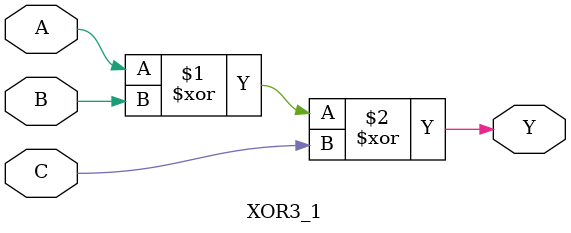
<source format=v>
/*--------------------------------------------------------------------------------------------------- 	
*- File name: 			XOR3_1.v
*- Top Module name: 	XOR3_1
  - Submodules:		xor (Verilog built-in primitive gates)
*- Description:			Implementation of a 3 input XOR gate
*- 
*- Example of Usage:
	You can implement this code on all variants of STEPFPGA family boards. 
	If you want to implement this code on board and observe the logic behaviors: 
		- assign A, B, C to 3 on-board switches
		- assign Y to any on-board LEDs

*- Copyright of this code: MIT License
--------------------------------------------------------------------------------------------------- */
module XOR3_1 (       
    input wire  A,    
    input wire  B,    
    input wire  C,    
    output wire Y     
) ;                      
    xor  (Y, A, B, C) ;   
endmodule            

</source>
